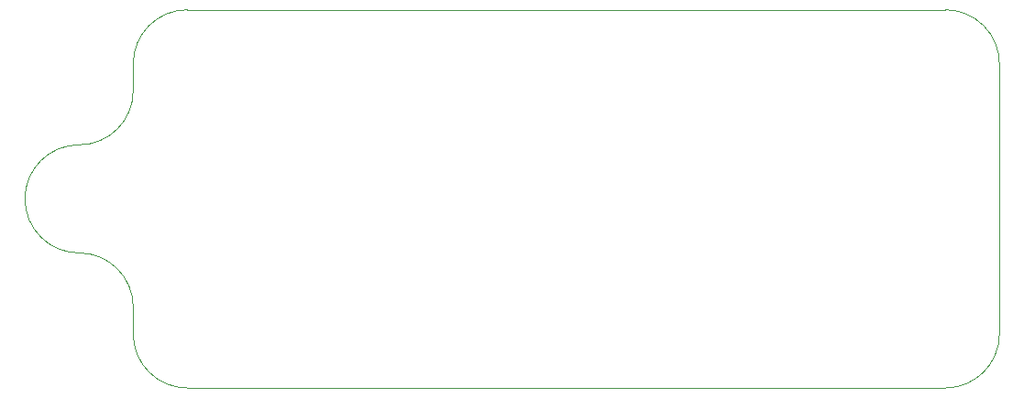
<source format=gbr>
%TF.GenerationSoftware,KiCad,Pcbnew,(7.0.0)*%
%TF.CreationDate,2023-08-02T13:28:58+12:00*%
%TF.ProjectId,VehicleCurrentSense_PCB,56656869-636c-4654-9375-7272656e7453,V1.0*%
%TF.SameCoordinates,Original*%
%TF.FileFunction,Profile,NP*%
%FSLAX46Y46*%
G04 Gerber Fmt 4.6, Leading zero omitted, Abs format (unit mm)*
G04 Created by KiCad (PCBNEW (7.0.0)) date 2023-08-02 13:28:58*
%MOMM*%
%LPD*%
G01*
G04 APERTURE LIST*
%TA.AperFunction,Profile*%
%ADD10C,0.100000*%
%TD*%
G04 APERTURE END LIST*
D10*
X195000000Y-105000000D02*
G75*
G03*
X200000000Y-100000000I0J5000000D01*
G01*
X195000000Y-105000000D02*
X125000000Y-105000000D01*
X120000000Y-100000000D02*
G75*
G03*
X125000000Y-105000000I5000000J0D01*
G01*
X200000000Y-75000000D02*
X200000000Y-100000000D01*
X120000000Y-77500000D02*
X120000000Y-75000000D01*
X125000000Y-70000000D02*
X195000000Y-70000000D01*
X115000000Y-82500000D02*
G75*
G03*
X120000000Y-77500000I0J5000000D01*
G01*
X200000000Y-75000000D02*
G75*
G03*
X195000000Y-70000000I-5000000J0D01*
G01*
X125000000Y-70000000D02*
G75*
G03*
X120000000Y-75000000I0J-5000000D01*
G01*
X115000000Y-82500000D02*
G75*
G03*
X115000000Y-92500000I0J-5000000D01*
G01*
X120000000Y-97500000D02*
G75*
G03*
X115000000Y-92500000I-5000000J0D01*
G01*
X120000000Y-100000000D02*
X120000000Y-97500000D01*
M02*

</source>
